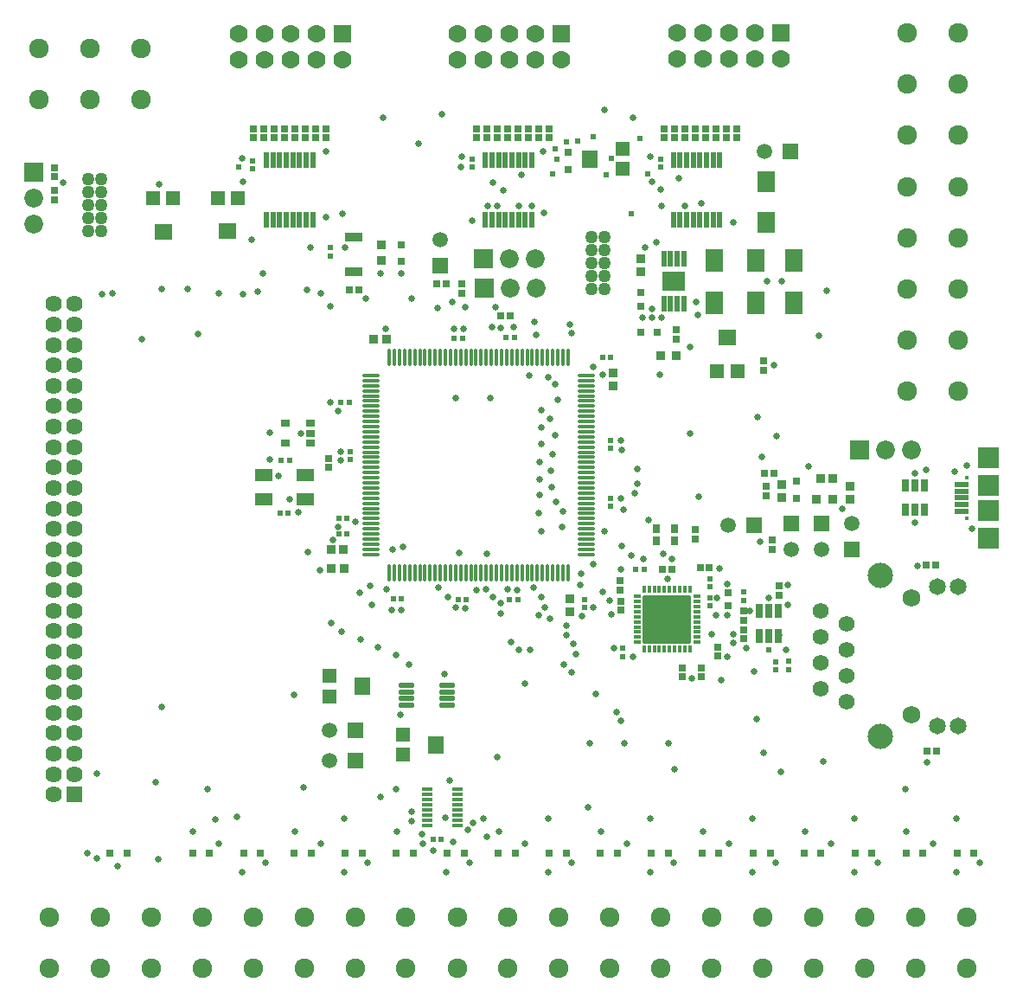
<source format=gbr>
%TF.GenerationSoftware,Altium Limited,Altium Designer,23.2.1 (34)*%
G04 Layer_Color=8388736*
%FSLAX45Y45*%
%MOMM*%
%TF.SameCoordinates,B4074A4A-24BC-461C-81CD-CAEDFDD4BDB5*%
%TF.FilePolarity,Negative*%
%TF.FileFunction,Soldermask,Top*%
%TF.Part,Single*%
G01*
G75*
%TA.AperFunction,SMDPad,CuDef*%
%ADD14R,0.85872X0.91213*%
%ADD15R,0.91213X0.85872*%
G04:AMPARAMS|DCode=19|XSize=1.05mm|YSize=0.3mm|CornerRadius=0.0495mm|HoleSize=0mm|Usage=FLASHONLY|Rotation=0.000|XOffset=0mm|YOffset=0mm|HoleType=Round|Shape=RoundedRectangle|*
%AMROUNDEDRECTD19*
21,1,1.05000,0.20100,0,0,0.0*
21,1,0.95100,0.30000,0,0,0.0*
1,1,0.09900,0.47550,-0.10050*
1,1,0.09900,-0.47550,-0.10050*
1,1,0.09900,-0.47550,0.10050*
1,1,0.09900,0.47550,0.10050*
%
%ADD19ROUNDEDRECTD19*%
%ADD20R,1.80000X1.20000*%
%ADD24R,0.90606X0.85822*%
%ADD25R,0.80000X0.80000*%
%ADD26R,0.80000X0.80000*%
%ADD28R,0.65000X0.70000*%
%ADD29R,0.80606X0.85822*%
%ADD42R,0.80650X0.86822*%
%ADD43R,0.86822X0.80650*%
%ADD44R,0.52000X0.52000*%
%ADD45R,0.52000X0.52000*%
%TA.AperFunction,ComponentPad*%
%ADD65C,1.65000*%
%TA.AperFunction,SMDPad,CuDef*%
%ADD93R,1.79000X2.14000*%
%ADD94R,0.67000X0.67000*%
%ADD95R,0.67000X0.67000*%
%ADD96R,0.72000X0.92000*%
%ADD97R,0.72000X1.32000*%
%ADD98R,2.27000X1.96600*%
%ADD99R,0.57000X1.52000*%
%ADD100R,1.67000X2.32000*%
%ADD101O,0.37000X1.67000*%
%ADD102O,1.67000X0.37000*%
%ADD103R,0.97000X0.67000*%
%ADD104R,1.32000X1.32000*%
%ADD105R,1.72000X1.62000*%
%ADD106R,1.32000X1.32000*%
%ADD107R,1.62000X1.72000*%
G04:AMPARAMS|DCode=108|XSize=0.37mm|YSize=0.72mm|CornerRadius=0.11mm|HoleSize=0mm|Usage=FLASHONLY|Rotation=180.000|XOffset=0mm|YOffset=0mm|HoleType=Round|Shape=RoundedRectangle|*
%AMROUNDEDRECTD108*
21,1,0.37000,0.50000,0,0,180.0*
21,1,0.15000,0.72000,0,0,180.0*
1,1,0.22000,-0.07500,0.25000*
1,1,0.22000,0.07500,0.25000*
1,1,0.22000,0.07500,-0.25000*
1,1,0.22000,-0.07500,-0.25000*
%
%ADD108ROUNDEDRECTD108*%
G04:AMPARAMS|DCode=109|XSize=4.72mm|YSize=4.72mm|CornerRadius=0.106mm|HoleSize=0mm|Usage=FLASHONLY|Rotation=90.000|XOffset=0mm|YOffset=0mm|HoleType=Round|Shape=RoundedRectangle|*
%AMROUNDEDRECTD109*
21,1,4.72000,4.50800,0,0,90.0*
21,1,4.50800,4.72000,0,0,90.0*
1,1,0.21200,2.25400,2.25400*
1,1,0.21200,2.25400,-2.25400*
1,1,0.21200,-2.25400,-2.25400*
1,1,0.21200,-2.25400,2.25400*
%
%ADD109ROUNDEDRECTD109*%
G04:AMPARAMS|DCode=110|XSize=0.37mm|YSize=0.72mm|CornerRadius=0.11mm|HoleSize=0mm|Usage=FLASHONLY|Rotation=90.000|XOffset=0mm|YOffset=0mm|HoleType=Round|Shape=RoundedRectangle|*
%AMROUNDEDRECTD110*
21,1,0.37000,0.50000,0,0,90.0*
21,1,0.15000,0.72000,0,0,90.0*
1,1,0.22000,0.25000,0.07500*
1,1,0.22000,0.25000,-0.07500*
1,1,0.22000,-0.25000,-0.07500*
1,1,0.22000,-0.25000,0.07500*
%
%ADD110ROUNDEDRECTD110*%
%ADD111O,1.62000X0.57000*%
%ADD112R,1.47000X0.52000*%
%ADD113R,2.02000X2.02000*%
%ADD114R,1.82000X0.92000*%
%ADD115R,0.72000X1.22000*%
G04:AMPARAMS|DCode=116|XSize=0.57mm|YSize=1.52mm|CornerRadius=0.1095mm|HoleSize=0mm|Usage=FLASHONLY|Rotation=0.000|XOffset=0mm|YOffset=0mm|HoleType=Round|Shape=RoundedRectangle|*
%AMROUNDEDRECTD116*
21,1,0.57000,1.30100,0,0,0.0*
21,1,0.35100,1.52000,0,0,0.0*
1,1,0.21900,0.17550,-0.65050*
1,1,0.21900,-0.17550,-0.65050*
1,1,0.21900,-0.17550,0.65050*
1,1,0.21900,0.17550,0.65050*
%
%ADD116ROUNDEDRECTD116*%
%TA.AperFunction,ComponentPad*%
%ADD117C,1.52000*%
%ADD118R,1.52000X1.52000*%
%ADD119C,1.84500*%
%ADD120R,1.84500X1.84500*%
%ADD121R,1.84500X1.84500*%
%ADD122R,1.52000X1.52000*%
%ADD123R,1.62000X1.62000*%
%ADD124C,1.62000*%
%ADD125R,1.77000X1.77000*%
%ADD126C,1.77000*%
%ADD127C,1.27000*%
%ADD128C,1.56600*%
%ADD129C,2.47500*%
%ADD130C,1.74500*%
%ADD131C,1.92000*%
%ADD132C,0.39500*%
%TA.AperFunction,WasherPad*%
%ADD133C,0.12000*%
%TA.AperFunction,ViaPad*%
%ADD134C,0.63000*%
%ADD135C,0.62000*%
D14*
X17388258Y8595200D02*
D03*
X17543599D02*
D03*
X18915918Y7192101D02*
D03*
X19071260D02*
D03*
D15*
X14651041Y9678030D02*
D03*
Y9522689D02*
D03*
D19*
X15399998Y4349999D02*
D03*
Y4300000D02*
D03*
Y4250000D02*
D03*
Y4199999D02*
D03*
Y4150000D02*
D03*
Y4099999D02*
D03*
Y4050000D02*
D03*
Y4000000D02*
D03*
X15099998D02*
D03*
Y4050000D02*
D03*
Y4099999D02*
D03*
Y4150000D02*
D03*
Y4199999D02*
D03*
Y4250000D02*
D03*
Y4300000D02*
D03*
Y4349999D02*
D03*
D20*
X13506480Y7186300D02*
D03*
X13906480D02*
D03*
Y7426300D02*
D03*
X13506480D02*
D03*
D24*
X19071262Y7392098D02*
D03*
X18956044D02*
D03*
D25*
X17358598Y8820199D02*
D03*
X17193599D02*
D03*
X19957500Y3725000D02*
D03*
X19792500D02*
D03*
X18959341D02*
D03*
X18794341D02*
D03*
X17961182D02*
D03*
X17796182D02*
D03*
X16963023D02*
D03*
X16798022D02*
D03*
X15964864D02*
D03*
X15799864D02*
D03*
X14966705D02*
D03*
X14801704D02*
D03*
X13968546Y3725003D02*
D03*
X13803546D02*
D03*
X12970387Y3725000D02*
D03*
X12805386D02*
D03*
X12164998Y3724998D02*
D03*
X11999998D02*
D03*
X20292500Y3725000D02*
D03*
X20457500D02*
D03*
X19294341D02*
D03*
X19459341D02*
D03*
X18296182D02*
D03*
X18461182D02*
D03*
X17298022D02*
D03*
X17463023D02*
D03*
X16299864D02*
D03*
X16464864D02*
D03*
X15301704D02*
D03*
X15466705D02*
D03*
X14303546D02*
D03*
X14468546D02*
D03*
X13305386D02*
D03*
X13470387D02*
D03*
D26*
X18721260Y7202099D02*
D03*
Y7367099D02*
D03*
X14846300Y9681160D02*
D03*
Y9516160D02*
D03*
X16484599Y10582860D02*
D03*
Y10417860D02*
D03*
D28*
X17193600Y9080200D02*
D03*
Y9210200D02*
D03*
X18049997Y6274999D02*
D03*
Y6144999D02*
D03*
D29*
X14287498Y6512561D02*
D03*
X14162282D02*
D03*
D42*
X14708226Y8757920D02*
D03*
X14583054D02*
D03*
X14286586Y6695440D02*
D03*
X14161414D02*
D03*
D43*
X16924998Y8300002D02*
D03*
Y8425173D02*
D03*
X16502380Y6211926D02*
D03*
Y6086754D02*
D03*
X17193600Y9545370D02*
D03*
Y9420199D02*
D03*
X19246260Y7317269D02*
D03*
Y7192098D02*
D03*
X18571260Y7329686D02*
D03*
Y7204514D02*
D03*
D44*
X13673460Y7571740D02*
D03*
X13753461D02*
D03*
X13661398Y7053578D02*
D03*
X13741399D02*
D03*
X15405099Y6206500D02*
D03*
X15485100D02*
D03*
X14257660Y8140700D02*
D03*
X14337660D02*
D03*
X14240521Y7005322D02*
D03*
X14320522D02*
D03*
X14772000Y6219200D02*
D03*
X14852000D02*
D03*
X15911200Y6206500D02*
D03*
X15991200D02*
D03*
X16900003Y8575002D02*
D03*
X16820003D02*
D03*
X15955640Y8770620D02*
D03*
X15875639D02*
D03*
X15450180Y8765540D02*
D03*
X15370180D02*
D03*
X14237981Y6847838D02*
D03*
X14317979D02*
D03*
X17228180Y6507480D02*
D03*
X17148180D02*
D03*
X15239204Y3858104D02*
D03*
X15159204D02*
D03*
D45*
X14353540Y7654920D02*
D03*
Y7574920D02*
D03*
X16900000Y7685000D02*
D03*
Y7764999D02*
D03*
X16900003Y7120002D02*
D03*
Y7200002D02*
D03*
X16642081Y6127120D02*
D03*
Y6207120D02*
D03*
X17873979Y6144258D02*
D03*
Y6224258D02*
D03*
X17020540Y5732140D02*
D03*
Y5652140D02*
D03*
X18519141Y5601960D02*
D03*
Y5521960D02*
D03*
X18641060Y5605140D02*
D03*
Y5525140D02*
D03*
X17873981Y6411603D02*
D03*
Y6331603D02*
D03*
X18201639Y6200139D02*
D03*
Y6280139D02*
D03*
X14151520Y9650000D02*
D03*
Y9570000D02*
D03*
X15544800Y10517500D02*
D03*
Y10437500D02*
D03*
X17386301Y10519400D02*
D03*
Y10439400D02*
D03*
X13390880Y10499720D02*
D03*
Y10419720D02*
D03*
D65*
X20096999Y4974998D02*
D03*
X20299998D02*
D03*
X20096999Y6334998D02*
D03*
X20299998D02*
D03*
D93*
X18418600Y10295202D02*
D03*
Y9895202D02*
D03*
D94*
X15197540Y9301480D02*
D03*
X15287540D02*
D03*
X15827460Y8983980D02*
D03*
X15917461D02*
D03*
X14344099Y9235440D02*
D03*
X14434100D02*
D03*
X20090680Y4729480D02*
D03*
X20000681D02*
D03*
X17499879Y6507480D02*
D03*
X17409880D02*
D03*
X17778180Y6522720D02*
D03*
X17868179D02*
D03*
X18406259Y7442100D02*
D03*
X18496259D02*
D03*
X20083060Y6543040D02*
D03*
X19993060D02*
D03*
D95*
X15445740Y9208220D02*
D03*
Y9298220D02*
D03*
X18393600Y8455199D02*
D03*
Y8545199D02*
D03*
X17543600Y8755201D02*
D03*
Y8845202D02*
D03*
X18481039Y6701240D02*
D03*
Y6791240D02*
D03*
X18199100Y6007820D02*
D03*
Y6097820D02*
D03*
Y5912400D02*
D03*
Y5822400D02*
D03*
X18547078Y6253479D02*
D03*
Y6343479D02*
D03*
X17952721Y5744760D02*
D03*
Y5654760D02*
D03*
X17602199Y5452280D02*
D03*
Y5542280D02*
D03*
X16997681Y6191800D02*
D03*
Y6101800D02*
D03*
X17787619Y5452280D02*
D03*
Y5542280D02*
D03*
X16992603Y6301741D02*
D03*
Y6391741D02*
D03*
X17729201Y6802840D02*
D03*
Y6892840D02*
D03*
X14137640Y7501340D02*
D03*
Y7591340D02*
D03*
X18421260Y7227099D02*
D03*
Y7317099D02*
D03*
X16294099Y10724600D02*
D03*
Y10814600D02*
D03*
X14109700Y10724600D02*
D03*
Y10814600D02*
D03*
X18135600Y10724600D02*
D03*
Y10814600D02*
D03*
X16192500D02*
D03*
Y10724600D02*
D03*
X14008099Y10814600D02*
D03*
Y10724600D02*
D03*
X18034000Y10814600D02*
D03*
Y10724600D02*
D03*
X16090900Y10724600D02*
D03*
Y10814600D02*
D03*
X13906500Y10724600D02*
D03*
Y10814600D02*
D03*
X17932401Y10724600D02*
D03*
Y10814600D02*
D03*
X15989301D02*
D03*
Y10724600D02*
D03*
X13804900Y10814600D02*
D03*
Y10724600D02*
D03*
X17830800Y10814600D02*
D03*
Y10724600D02*
D03*
X15887700Y10724600D02*
D03*
Y10814600D02*
D03*
X13703300Y10724600D02*
D03*
Y10814600D02*
D03*
X17729201Y10724600D02*
D03*
Y10814600D02*
D03*
X15786099D02*
D03*
Y10724600D02*
D03*
X13601700Y10814600D02*
D03*
Y10724600D02*
D03*
X17627600Y10814600D02*
D03*
Y10724600D02*
D03*
X15684500Y10724600D02*
D03*
Y10814600D02*
D03*
X13500101Y10724600D02*
D03*
Y10814600D02*
D03*
X17525999Y10724600D02*
D03*
Y10814600D02*
D03*
X15582899D02*
D03*
Y10724600D02*
D03*
X13398500Y10814600D02*
D03*
Y10724600D02*
D03*
X17424400Y10814600D02*
D03*
Y10724600D02*
D03*
X11455400Y10118260D02*
D03*
Y10208260D02*
D03*
Y10435420D02*
D03*
Y10345420D02*
D03*
D96*
X17525002Y6780001D02*
D03*
X17345001D02*
D03*
Y6900001D02*
D03*
X17525002D02*
D03*
D97*
X18545000Y5850000D02*
D03*
X18450000D02*
D03*
X18355000D02*
D03*
Y6100000D02*
D03*
X18450000D02*
D03*
X18545000D02*
D03*
D98*
X17518600Y9320200D02*
D03*
D99*
X17421100Y9540200D02*
D03*
X17486099D02*
D03*
X17551100D02*
D03*
X17616100D02*
D03*
Y9100200D02*
D03*
X17551100D02*
D03*
X17486099D02*
D03*
X17421100D02*
D03*
D100*
X18318600Y9525200D02*
D03*
Y9115200D02*
D03*
X18693600Y9525200D02*
D03*
Y9115200D02*
D03*
X17918600Y9525200D02*
D03*
Y9115200D02*
D03*
D101*
X14732001Y8578000D02*
D03*
X14782001D02*
D03*
X14832001D02*
D03*
X14882001D02*
D03*
X14932001D02*
D03*
X14982001D02*
D03*
X15032001D02*
D03*
X15082001D02*
D03*
X15132001D02*
D03*
X15182001D02*
D03*
X15232001D02*
D03*
X15282001D02*
D03*
X15332001D02*
D03*
X15382001D02*
D03*
X15432001D02*
D03*
X15482001D02*
D03*
X15532001D02*
D03*
X15582001D02*
D03*
X15632001D02*
D03*
X15682001D02*
D03*
X15732001D02*
D03*
X15782001D02*
D03*
X15832001D02*
D03*
X15882001D02*
D03*
X15932001D02*
D03*
X15982001D02*
D03*
X16032001D02*
D03*
X16082001D02*
D03*
X16132001D02*
D03*
X16182001D02*
D03*
X16232001D02*
D03*
X16282001D02*
D03*
X16332001D02*
D03*
X16382001D02*
D03*
X16432001D02*
D03*
X16482001D02*
D03*
Y6473000D02*
D03*
X16432001D02*
D03*
X16382001D02*
D03*
X16332001D02*
D03*
X16282001D02*
D03*
X16232001D02*
D03*
X16182001D02*
D03*
X16132001D02*
D03*
X16082001D02*
D03*
X16032001D02*
D03*
X15982001D02*
D03*
X15932001D02*
D03*
X15882001D02*
D03*
X15832001D02*
D03*
X15782001D02*
D03*
X15732001D02*
D03*
X15682001D02*
D03*
X15632001D02*
D03*
X15582001D02*
D03*
X15532001D02*
D03*
X15482001D02*
D03*
X15432001D02*
D03*
X15382001D02*
D03*
X15332001D02*
D03*
X15282001D02*
D03*
X15232001D02*
D03*
X15182001D02*
D03*
X15132001D02*
D03*
X15082001D02*
D03*
X15032001D02*
D03*
X14982001D02*
D03*
X14932001D02*
D03*
X14882001D02*
D03*
X14832001D02*
D03*
X14782001D02*
D03*
X14732001D02*
D03*
D102*
X16659500Y8400500D02*
D03*
Y8350500D02*
D03*
Y8300500D02*
D03*
Y8250500D02*
D03*
Y8200500D02*
D03*
Y8150500D02*
D03*
Y8100500D02*
D03*
Y8050500D02*
D03*
Y8000500D02*
D03*
Y7950500D02*
D03*
Y7900500D02*
D03*
Y7850500D02*
D03*
Y7800500D02*
D03*
Y7750500D02*
D03*
Y7700500D02*
D03*
Y7650500D02*
D03*
Y7600500D02*
D03*
Y7550500D02*
D03*
Y7500500D02*
D03*
Y7450500D02*
D03*
Y7400500D02*
D03*
Y7350500D02*
D03*
Y7300500D02*
D03*
Y7250500D02*
D03*
Y7200500D02*
D03*
Y7150500D02*
D03*
Y7100500D02*
D03*
Y7050500D02*
D03*
Y7000500D02*
D03*
Y6950500D02*
D03*
Y6900500D02*
D03*
Y6850500D02*
D03*
Y6800500D02*
D03*
Y6750500D02*
D03*
Y6700500D02*
D03*
Y6650500D02*
D03*
X14554500D02*
D03*
Y6700500D02*
D03*
Y6750500D02*
D03*
Y6800500D02*
D03*
Y6850500D02*
D03*
Y6900500D02*
D03*
Y6950500D02*
D03*
Y7000500D02*
D03*
Y7050500D02*
D03*
Y7100500D02*
D03*
Y7150500D02*
D03*
Y7200500D02*
D03*
Y7250500D02*
D03*
Y7300500D02*
D03*
Y7350500D02*
D03*
Y7400500D02*
D03*
Y7450500D02*
D03*
Y7500500D02*
D03*
Y7550500D02*
D03*
Y7600500D02*
D03*
Y7650500D02*
D03*
Y7700500D02*
D03*
Y7750500D02*
D03*
Y7800500D02*
D03*
Y7850500D02*
D03*
Y7900500D02*
D03*
Y7950500D02*
D03*
Y8000500D02*
D03*
Y8050500D02*
D03*
Y8100500D02*
D03*
Y8150500D02*
D03*
Y8200500D02*
D03*
Y8250500D02*
D03*
Y8300500D02*
D03*
Y8350500D02*
D03*
Y8400500D02*
D03*
D103*
X13715421Y7740900D02*
D03*
Y7930900D02*
D03*
X13960420D02*
D03*
Y7835900D02*
D03*
Y7740900D02*
D03*
D104*
X18143600Y8445202D02*
D03*
X17943600D02*
D03*
X13052119Y10136960D02*
D03*
X13252119D02*
D03*
X12418720Y10134600D02*
D03*
X12618720D02*
D03*
D105*
X18043600Y8770202D02*
D03*
X13152119Y9811960D02*
D03*
X12518720Y9809600D02*
D03*
D106*
X14142900Y5259400D02*
D03*
Y5459400D02*
D03*
X14866800Y4687900D02*
D03*
Y4887900D02*
D03*
X17020300Y10620680D02*
D03*
Y10420680D02*
D03*
D107*
X14467900Y5359400D02*
D03*
X15191800Y4787900D02*
D03*
X16695300Y10520680D02*
D03*
D108*
X17676698Y5725598D02*
D03*
X17626698D02*
D03*
X17576698D02*
D03*
X17526698D02*
D03*
X17476698D02*
D03*
X17426698D02*
D03*
X17376698D02*
D03*
X17326698D02*
D03*
X17276698D02*
D03*
X17226698Y6305598D02*
D03*
X17276698D02*
D03*
X17326698D02*
D03*
X17376698D02*
D03*
X17426698D02*
D03*
X17476698D02*
D03*
X17526698D02*
D03*
X17576698D02*
D03*
X17626698D02*
D03*
X17676698D02*
D03*
X17226698Y5725598D02*
D03*
D109*
X17451698Y6015598D02*
D03*
D110*
X17161697Y5790598D02*
D03*
Y5840598D02*
D03*
Y5890598D02*
D03*
Y5940598D02*
D03*
Y5990598D02*
D03*
Y6040598D02*
D03*
Y6090598D02*
D03*
Y6140598D02*
D03*
Y6190598D02*
D03*
Y6240598D02*
D03*
X17741699D02*
D03*
Y6190598D02*
D03*
Y6140598D02*
D03*
Y6090598D02*
D03*
Y6040598D02*
D03*
Y5990598D02*
D03*
Y5940598D02*
D03*
Y5890598D02*
D03*
Y5840598D02*
D03*
Y5790598D02*
D03*
D111*
X15302800Y5173000D02*
D03*
Y5238000D02*
D03*
Y5303000D02*
D03*
Y5368000D02*
D03*
X14897800Y5173000D02*
D03*
Y5238000D02*
D03*
Y5303000D02*
D03*
Y5368000D02*
D03*
D112*
X20334100Y7072603D02*
D03*
Y7332603D02*
D03*
Y7137602D02*
D03*
Y7202603D02*
D03*
Y7267603D02*
D03*
D113*
X20601601Y6807603D02*
D03*
Y7082603D02*
D03*
Y7322603D02*
D03*
Y7597603D02*
D03*
D114*
X14381480Y9755960D02*
D03*
Y9415960D02*
D03*
D115*
X19975000Y7085000D02*
D03*
X19880000D02*
D03*
X19785001D02*
D03*
Y7325000D02*
D03*
X19880000D02*
D03*
X19975000D02*
D03*
D116*
X13528680Y9920238D02*
D03*
X13593680D02*
D03*
X13658681D02*
D03*
X13723680D02*
D03*
X13788680D02*
D03*
X13853680D02*
D03*
X13918680D02*
D03*
X13983681D02*
D03*
X13528680Y10510238D02*
D03*
X13593680D02*
D03*
X13658681D02*
D03*
X13723680D02*
D03*
X13788680D02*
D03*
X13853680D02*
D03*
X13918680D02*
D03*
X13983681D02*
D03*
X15672900Y9920238D02*
D03*
X15737900D02*
D03*
X15802901D02*
D03*
X15867900D02*
D03*
X15932899D02*
D03*
X15997900D02*
D03*
X16062900D02*
D03*
X16127901D02*
D03*
X15672900Y10510238D02*
D03*
X15737900D02*
D03*
X15802901D02*
D03*
X15867900D02*
D03*
X15932899D02*
D03*
X15997900D02*
D03*
X16062900D02*
D03*
X16127901D02*
D03*
X17514400Y9920238D02*
D03*
X17579401D02*
D03*
X17644400D02*
D03*
X17709399D02*
D03*
X17774400D02*
D03*
X17839400D02*
D03*
X17904401D02*
D03*
X17969400D02*
D03*
X17514400Y10510238D02*
D03*
X17579401D02*
D03*
X17644400D02*
D03*
X17709399D02*
D03*
X17774400D02*
D03*
X17839400D02*
D03*
X17904401D02*
D03*
X17969400D02*
D03*
D117*
X15232381Y9725660D02*
D03*
X18046700Y6939279D02*
D03*
X18966182Y6695439D02*
D03*
X19260823Y6951980D02*
D03*
X18671539Y6697979D02*
D03*
X18409920Y10596880D02*
D03*
X14147800Y4927600D02*
D03*
Y4635500D02*
D03*
D118*
X15232381Y9471660D02*
D03*
X18966182Y6949439D02*
D03*
X19260823Y6697980D02*
D03*
X18671539Y6951979D02*
D03*
D119*
X11252200Y9880600D02*
D03*
Y10134600D02*
D03*
X19848810Y7672090D02*
D03*
X19594810D02*
D03*
X16167101Y9253220D02*
D03*
X15913100D02*
D03*
X16164560Y9540240D02*
D03*
X15910561D02*
D03*
D120*
X11252200Y10388600D02*
D03*
D121*
X19340810Y7672090D02*
D03*
X15659100Y9253220D02*
D03*
X15656560Y9540240D02*
D03*
D122*
X18300699Y6939279D02*
D03*
X18663921Y10596880D02*
D03*
X14401801Y4927600D02*
D03*
Y4635500D02*
D03*
D123*
X11649999Y4300001D02*
D03*
D124*
X11449998D02*
D03*
X11649999Y4500001D02*
D03*
X11449998D02*
D03*
X11649999Y4700001D02*
D03*
X11449998D02*
D03*
X11649999Y4900001D02*
D03*
X11449998D02*
D03*
X11649999Y5100000D02*
D03*
X11449998D02*
D03*
X11649999Y5300001D02*
D03*
X11449998D02*
D03*
X11649999Y5500000D02*
D03*
X11449998D02*
D03*
X11649999Y5700001D02*
D03*
X11449998D02*
D03*
X11649999Y5900001D02*
D03*
X11449998D02*
D03*
X11649999Y6100000D02*
D03*
X11449998D02*
D03*
X11649999Y6300001D02*
D03*
X11449998D02*
D03*
X11649999Y6500000D02*
D03*
X11449998D02*
D03*
X11649999Y6700001D02*
D03*
X11449998D02*
D03*
X11649999Y6900000D02*
D03*
X11449998D02*
D03*
X11649999Y7100001D02*
D03*
X11449998D02*
D03*
X11649999Y7300001D02*
D03*
X11449998D02*
D03*
X11649999Y7500000D02*
D03*
X11449998D02*
D03*
X11649999Y7700001D02*
D03*
X11449998D02*
D03*
X11649999Y7900000D02*
D03*
X11449998D02*
D03*
X11649999Y8100001D02*
D03*
X11449998D02*
D03*
X11649999Y8300000D02*
D03*
X11449998D02*
D03*
X11649999Y8500001D02*
D03*
X11449998D02*
D03*
X11649999Y8700001D02*
D03*
X11449998D02*
D03*
X11649999Y8900000D02*
D03*
X11449998D02*
D03*
X11649999Y9100001D02*
D03*
X11449998D02*
D03*
D125*
X16419200Y11747080D02*
D03*
X18566440Y11750000D02*
D03*
X14277341Y11747500D02*
D03*
D126*
X16419200Y11493080D02*
D03*
X16165199Y11747080D02*
D03*
Y11493080D02*
D03*
X15911200Y11747080D02*
D03*
Y11493080D02*
D03*
X15657201Y11747080D02*
D03*
Y11493080D02*
D03*
X15403200Y11747080D02*
D03*
Y11493080D02*
D03*
X18566440Y11496000D02*
D03*
X18312440Y11750000D02*
D03*
Y11496000D02*
D03*
X18058440Y11750000D02*
D03*
Y11496000D02*
D03*
X17804440Y11750000D02*
D03*
Y11496000D02*
D03*
X17550439Y11750000D02*
D03*
Y11496000D02*
D03*
X14277341Y11493500D02*
D03*
X14023340Y11747500D02*
D03*
Y11493500D02*
D03*
X13769341Y11747500D02*
D03*
Y11493500D02*
D03*
X13515340Y11747500D02*
D03*
Y11493500D02*
D03*
X13261340Y11747500D02*
D03*
Y11493500D02*
D03*
D127*
X16837660Y9243060D02*
D03*
X16710660D02*
D03*
X16837660Y9370060D02*
D03*
X16710660D02*
D03*
X16837660Y9497060D02*
D03*
X16710660D02*
D03*
X16837660Y9624060D02*
D03*
X16710660D02*
D03*
X16837660Y9751060D02*
D03*
X16710660D02*
D03*
X11912600Y9817100D02*
D03*
X11785600D02*
D03*
X11912600Y9944100D02*
D03*
X11785600D02*
D03*
X11912600Y10071100D02*
D03*
X11785600D02*
D03*
X11912600Y10198100D02*
D03*
X11785600D02*
D03*
X11912600Y10325100D02*
D03*
X11785600D02*
D03*
D128*
X18952998Y6099498D02*
D03*
X19206998Y5972498D02*
D03*
X18952998Y5845498D02*
D03*
X19206998Y5718498D02*
D03*
X18952998Y5591498D02*
D03*
X19206998Y5464498D02*
D03*
X18952998Y5337498D02*
D03*
X19206998Y5210498D02*
D03*
D129*
X19537000Y4867498D02*
D03*
Y6442498D02*
D03*
D130*
X19841998Y5083498D02*
D03*
Y6226498D02*
D03*
D131*
X19799998Y10750002D02*
D03*
X20299998D02*
D03*
X19799997Y11250002D02*
D03*
X20299998D02*
D03*
X19799998Y9250002D02*
D03*
X20299998D02*
D03*
X20387115Y3100002D02*
D03*
Y2600002D02*
D03*
X19388956Y3100002D02*
D03*
Y2600002D02*
D03*
X18390797Y3100002D02*
D03*
Y2600002D02*
D03*
X17392638Y3100002D02*
D03*
Y2600002D02*
D03*
X16394479Y3100002D02*
D03*
Y2600002D02*
D03*
X15396320Y3100002D02*
D03*
Y2600002D02*
D03*
X14398161Y3100000D02*
D03*
Y2600000D02*
D03*
X13400002Y3100002D02*
D03*
Y2600002D02*
D03*
X19887115Y3100002D02*
D03*
Y2600002D02*
D03*
X18888956Y3100002D02*
D03*
Y2600002D02*
D03*
X17890797Y3100002D02*
D03*
Y2600002D02*
D03*
X16892638Y3100002D02*
D03*
Y2600002D02*
D03*
X15894479Y3100002D02*
D03*
Y2600002D02*
D03*
X14896320Y3100002D02*
D03*
Y2600002D02*
D03*
X13898161Y3099999D02*
D03*
Y2599999D02*
D03*
X12900002Y3100002D02*
D03*
Y2600002D02*
D03*
X11900000Y3100000D02*
D03*
Y2600000D02*
D03*
X12400002Y3099998D02*
D03*
Y2599998D02*
D03*
X19800000Y10250000D02*
D03*
X20300000D02*
D03*
X19800000Y9750000D02*
D03*
X20300000D02*
D03*
X19800000Y11750000D02*
D03*
X20300000D02*
D03*
X19800000Y8250000D02*
D03*
X20300000D02*
D03*
X19799995Y8750044D02*
D03*
X20299995D02*
D03*
X11300000Y11100000D02*
D03*
Y11600000D02*
D03*
X11400000Y3100000D02*
D03*
Y2600000D02*
D03*
X12300000Y11100000D02*
D03*
Y11600000D02*
D03*
X11800000Y11100000D02*
D03*
Y11600000D02*
D03*
D132*
X20386600Y7002602D02*
D03*
Y7402603D02*
D03*
D133*
X18854420Y10929620D02*
D03*
X13426440Y4564380D02*
D03*
X16101060Y4924913D02*
D03*
X18046700Y7858760D02*
D03*
X12908279Y10787380D02*
D03*
X18046700Y4924913D02*
D03*
D134*
X19164981Y7095217D02*
D03*
X18841721Y7513320D02*
D03*
X18376900Y7602220D02*
D03*
X17119600Y10923222D02*
D03*
X16837660Y11000740D02*
D03*
X18632700Y6351683D02*
D03*
X18263226Y6099948D02*
D03*
X13796245Y5273630D02*
D03*
X13241618Y4083008D02*
D03*
X13560910Y7842989D02*
D03*
X12758420Y9248140D02*
D03*
X14695792Y8859726D02*
D03*
X12481560Y10271760D02*
D03*
X14274800Y9984740D02*
D03*
X13964920Y9654540D02*
D03*
X14114780Y9951720D02*
D03*
X17571719Y10330180D02*
D03*
X17302480Y10297160D02*
D03*
X16238220Y10594340D02*
D03*
X13289281Y10525760D02*
D03*
X15359045Y3840736D02*
D03*
X15159204Y3750000D02*
D03*
X17978740Y5423795D02*
D03*
X18301320Y5507615D02*
D03*
X19987260Y7477760D02*
D03*
X14114780Y10594340D02*
D03*
X15021561Y10668000D02*
D03*
X14673579Y10924540D02*
D03*
X15250160Y10955020D02*
D03*
X18338800Y7993380D02*
D03*
X19019490Y9232141D02*
D03*
X18943291Y8787641D02*
D03*
X17383730Y8409181D02*
D03*
X18524190Y7807201D02*
D03*
X17678371Y7830061D02*
D03*
X17162750Y7489701D02*
D03*
X17762190Y7217921D02*
D03*
X18978850Y4622041D02*
D03*
X18397189Y4710941D02*
D03*
X18331180Y5039360D02*
D03*
X16057851Y5389121D02*
D03*
X15788609Y4667761D02*
D03*
X17470090Y4799841D02*
D03*
X17035750D02*
D03*
X16697929D02*
D03*
X15284933Y4070369D02*
D03*
X15057120Y3914140D02*
D03*
X16438879Y5572760D02*
D03*
X16558260Y5671820D02*
D03*
X16466820Y5862320D02*
D03*
X17012920Y6728460D02*
D03*
X14765021Y6700520D02*
D03*
X17503140Y6601460D02*
D03*
X15770000Y9070000D02*
D03*
X16366637Y7162800D02*
D03*
X15823940Y8863528D02*
D03*
X16521298Y8813873D02*
D03*
X16500000Y8900000D02*
D03*
X14300000Y9650000D02*
D03*
X13300000Y10300000D02*
D03*
X17000000Y6500000D02*
D03*
X17101872Y6636781D02*
D03*
X18500000Y8500000D02*
D03*
X18100000Y9900000D02*
D03*
X17677489Y8675975D02*
D03*
X17350000Y9700000D02*
D03*
X17240421Y9655980D02*
D03*
X15277411Y5478072D02*
D03*
X14850000Y9400000D02*
D03*
X14950000Y9150000D02*
D03*
X14584135Y8762300D02*
D03*
X14650000Y9400000D02*
D03*
X14500000Y9150000D02*
D03*
X17028160Y7091680D02*
D03*
X17005299Y7668260D02*
D03*
X16997681Y7764780D02*
D03*
X17002760Y7198360D02*
D03*
X17272000Y6987540D02*
D03*
X15324612Y4441254D02*
D03*
X14841220Y5080000D02*
D03*
X15986760Y6304280D02*
D03*
X15473680Y6121400D02*
D03*
X12857480Y8808720D02*
D03*
X12504420Y9243060D02*
D03*
X16224466Y6875062D02*
D03*
X15379700Y8183880D02*
D03*
X15735300Y8872220D02*
D03*
X15722858Y8181711D02*
D03*
X15689580Y6654800D02*
D03*
X12308840Y8757920D02*
D03*
X11920220Y9192260D02*
D03*
X12019280Y9202420D02*
D03*
X13931900Y6672580D02*
D03*
X14053819Y6497320D02*
D03*
X13926820Y9237980D02*
D03*
X13497560Y9403080D02*
D03*
X13383260Y9733280D02*
D03*
X14058900Y9207500D02*
D03*
X11541760Y10284460D02*
D03*
X13065759Y9202420D02*
D03*
X13296899Y9199880D02*
D03*
X13441679Y9217660D02*
D03*
X12446000Y4419600D02*
D03*
X12501880Y5153660D02*
D03*
X11871960Y4508500D02*
D03*
X12473940Y3670300D02*
D03*
X11775440Y3728720D02*
D03*
X14541499Y6344920D02*
D03*
X14564360Y6154420D02*
D03*
X13027660Y4053840D02*
D03*
X11871960Y3677920D02*
D03*
X12070080Y3601720D02*
D03*
X14168120Y5976620D02*
D03*
X15420340Y6663540D02*
D03*
X15476221Y9067800D02*
D03*
X15349220Y9116060D02*
D03*
X15209520Y9060180D02*
D03*
X14152879Y9077960D02*
D03*
X13870940Y7835900D02*
D03*
X16154401Y8923020D02*
D03*
X16172180Y8798560D02*
D03*
X14442439Y6273800D02*
D03*
X16103600Y8399780D02*
D03*
X16289020Y8382000D02*
D03*
X16380460Y8163560D02*
D03*
X16225520Y8061960D02*
D03*
X16357600Y8318500D02*
D03*
X16304260Y7973060D02*
D03*
X16334740Y7632700D02*
D03*
X16217900Y7734300D02*
D03*
X16353975Y7818900D02*
D03*
X16218787Y7894320D02*
D03*
X13563600Y7579360D02*
D03*
X16207739Y7383780D02*
D03*
X16202660Y7551420D02*
D03*
X16314420Y7467600D02*
D03*
X16324580Y7305040D02*
D03*
X16202660Y7233920D02*
D03*
X17132300Y7251700D02*
D03*
X17158650Y7341550D02*
D03*
X18567400Y4521200D02*
D03*
X16200000Y7050000D02*
D03*
X16428957Y7068122D02*
D03*
X16427660Y6919116D02*
D03*
X14757401Y6108700D02*
D03*
X14846300D02*
D03*
X15379700Y6134100D02*
D03*
X15303500Y6235700D02*
D03*
X15748000D02*
D03*
X15887700Y6311900D02*
D03*
X15683249Y6313151D02*
D03*
X15582899Y6299200D02*
D03*
X15824200Y6172200D02*
D03*
Y6070600D02*
D03*
X14795500Y5664200D02*
D03*
X14922501Y5575300D02*
D03*
X14262100Y5892800D02*
D03*
X14452600Y5816600D02*
D03*
X14617700Y5740400D02*
D03*
X16217900Y6235700D02*
D03*
X16141701Y6324600D02*
D03*
X15214600D02*
D03*
X14706599Y6311900D02*
D03*
X16840199Y6873539D02*
D03*
X16611600Y6464300D02*
D03*
X16725900Y6553200D02*
D03*
X16192500Y6054130D02*
D03*
X14947900Y4130000D02*
D03*
Y4038600D02*
D03*
X16256000Y6134100D02*
D03*
X16306799Y6019800D02*
D03*
X14650752Y4274853D02*
D03*
X15556306Y4024669D02*
D03*
X15651364Y4067973D02*
D03*
X15503497Y3953904D02*
D03*
X15684500Y3886200D02*
D03*
X15062505Y3822700D02*
D03*
X15291106Y3543300D02*
D03*
X14807713Y3940774D02*
D03*
X15519705Y3632200D02*
D03*
X14795805Y4356100D02*
D03*
X16675101Y4178300D02*
D03*
X12953999Y4356100D02*
D03*
X13893800Y4368800D02*
D03*
X17525999Y4546600D02*
D03*
X19055141Y3822700D02*
D03*
X18800351Y3940774D02*
D03*
X19283742Y4064000D02*
D03*
Y3543300D02*
D03*
X19512341Y3632200D02*
D03*
X18056982Y3822700D02*
D03*
X17802191Y3940774D02*
D03*
X18285582Y4064000D02*
D03*
Y3543300D02*
D03*
X18514182Y3632200D02*
D03*
X17058823Y3822700D02*
D03*
X16804031Y3940774D02*
D03*
X17287424Y4064000D02*
D03*
Y3543300D02*
D03*
X17516023Y3632200D02*
D03*
X16060664Y3822700D02*
D03*
X15805873Y3940774D02*
D03*
X16289264Y4064000D02*
D03*
Y3543300D02*
D03*
X16517863Y3632200D02*
D03*
X14064346Y3822700D02*
D03*
X13809555Y3940774D02*
D03*
X14292946Y4064000D02*
D03*
Y3543300D02*
D03*
X14521545Y3632200D02*
D03*
X13066187Y3822700D02*
D03*
X12811395Y3940774D02*
D03*
X13294788Y3543300D02*
D03*
X13523387Y3632200D02*
D03*
X19786600Y4356100D02*
D03*
X20281900Y4064000D02*
D03*
X20053300Y3822700D02*
D03*
X20510500Y3632200D02*
D03*
X20281900Y3543300D02*
D03*
X19798511Y3940774D02*
D03*
X17284700Y10541000D02*
D03*
X16243300Y9994900D02*
D03*
X15444051Y10541000D02*
D03*
X15430499Y10439400D02*
D03*
X15544800Y9918700D02*
D03*
X17791138Y10086939D02*
D03*
X17386301Y10223500D02*
D03*
X17627600Y10058400D02*
D03*
X17399001D02*
D03*
X16128999D02*
D03*
X15999950Y10056350D02*
D03*
X15697200Y10058400D02*
D03*
X15786099D02*
D03*
X15849600Y10210800D02*
D03*
X15748000Y10287000D02*
D03*
X16027400Y10363200D02*
D03*
X18577560Y9324340D02*
D03*
X18427699Y9321800D02*
D03*
X17736819Y9116060D02*
D03*
X17757140Y8994140D02*
D03*
X17518600Y9320202D02*
D03*
X17592039Y9263380D02*
D03*
X17597121Y9382760D02*
D03*
X17439639Y9385300D02*
D03*
X17447260Y9260840D02*
D03*
X17396460Y8963660D02*
D03*
X17307561Y8966200D02*
D03*
X17213580Y8968740D02*
D03*
X17307561Y9055100D02*
D03*
X16728439Y8488680D02*
D03*
X13649960Y7416800D02*
D03*
X13756641Y7185660D02*
D03*
X13840460Y7061200D02*
D03*
X14229080Y8051800D02*
D03*
X14155420Y8135620D02*
D03*
X14259560Y7655560D02*
D03*
X14254799Y7566979D02*
D03*
X15458440Y8856980D02*
D03*
X15367000D02*
D03*
X15951199Y8872220D02*
D03*
X16822420Y8404860D02*
D03*
X20269200Y7457440D02*
D03*
X20388580Y7520940D02*
D03*
X20436839Y6903720D02*
D03*
X19880580Y6957060D02*
D03*
X19878040Y7439660D02*
D03*
X16957040Y5105400D02*
D03*
X16756380Y5285740D02*
D03*
X16733521Y6129020D02*
D03*
X16113760Y5720080D02*
D03*
X15928340Y5793740D02*
D03*
X14866620Y6723380D02*
D03*
X18366740Y6771640D02*
D03*
X19900900Y6540500D02*
D03*
X19997420Y4612640D02*
D03*
X16515080Y5496560D02*
D03*
X16002000Y5715000D02*
D03*
X16469360Y5951220D02*
D03*
X16532860Y5778500D02*
D03*
X17886681Y5872480D02*
D03*
X18041620Y5651500D02*
D03*
X18224500Y5732780D02*
D03*
X14399260Y6972300D02*
D03*
X14176982Y6788453D02*
D03*
X14234160Y6918960D02*
D03*
X17002760Y5019040D02*
D03*
X16600690Y6353316D02*
D03*
X16931641Y5732780D02*
D03*
X16621761Y6047740D02*
D03*
X17122141Y5651500D02*
D03*
X16908780Y6062980D02*
D03*
X16889880Y6196480D02*
D03*
X16819881Y6283960D02*
D03*
X17696179Y5438860D02*
D03*
X17412680Y6660142D02*
D03*
X17454880Y6413500D02*
D03*
X17218660Y6604000D02*
D03*
X17962880Y6515100D02*
D03*
X17940021Y6220460D02*
D03*
X18044160Y6360160D02*
D03*
Y6055360D02*
D03*
X17929860D02*
D03*
X18638519Y6159500D02*
D03*
X18544540Y6108700D02*
D03*
X18618201Y5717540D02*
D03*
X18547079Y5857240D02*
D03*
X18448019Y6223000D02*
D03*
X18102519Y5781040D02*
D03*
Y5869940D02*
D03*
D135*
X17525699Y6015598D02*
D03*
Y5867598D02*
D03*
X17451698Y5941598D02*
D03*
X17525699Y6163598D02*
D03*
X17303699Y6089598D02*
D03*
X17377699Y6163598D02*
D03*
Y5867598D02*
D03*
X17451698Y6089598D02*
D03*
X17303699Y5941598D02*
D03*
X17599699Y6089598D02*
D03*
Y5941598D02*
D03*
X17377699Y6015598D02*
D03*
X13256261Y10441940D02*
D03*
X16375380Y10515600D02*
D03*
X16332201Y10370820D02*
D03*
X16469360Y10685780D02*
D03*
X16357600Y10617200D02*
D03*
X17101163Y9980161D02*
D03*
X17183099Y10716260D02*
D03*
X17259300Y10375900D02*
D03*
X16730980Y10736580D02*
D03*
X16581120Y10695940D02*
D03*
X16857980Y10360660D02*
D03*
X16906239Y10523220D02*
D03*
X18450000Y5718100D02*
D03*
%TF.MD5,08f7f08c63aaae09d4a2b8d7d46f493c*%
M02*

</source>
